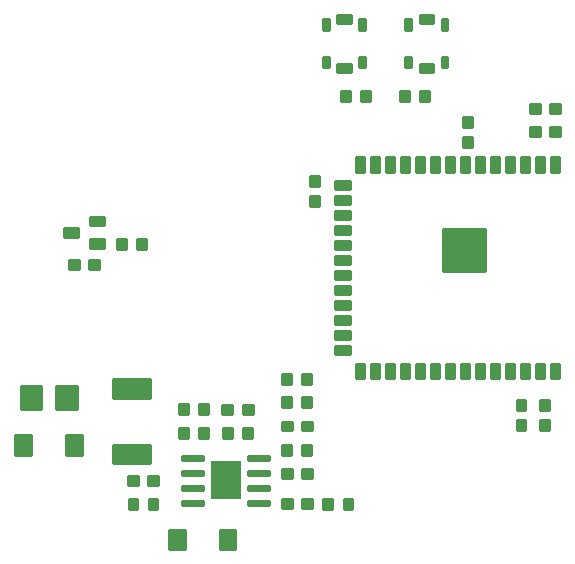
<source format=gbr>
G04 EAGLE Gerber RS-274X export*
G75*
%MOMM*%
%FSLAX34Y34*%
%LPD*%
%INSolderpaste Top*%
%IPPOS*%
%AMOC8*
5,1,8,0,0,1.08239X$1,22.5*%
G01*
G04 Define Apertures*
%ADD10C,0.252000*%
%ADD11C,0.266000*%
%ADD12C,0.250000*%
%ADD13C,0.255000*%
%ADD14C,0.256500*%
%ADD15C,0.260000*%
%ADD16R,2.560000X3.200000*%
%ADD17C,0.256000*%
%ADD18C,0.259000*%
D10*
X322140Y81260D02*
X315660Y81260D01*
X315660Y93740D01*
X322140Y93740D01*
X322140Y81260D01*
X322140Y83654D02*
X315660Y83654D01*
X315660Y86048D02*
X322140Y86048D01*
X322140Y88442D02*
X315660Y88442D01*
X315660Y90836D02*
X322140Y90836D01*
X322140Y93230D02*
X315660Y93230D01*
X309440Y81260D02*
X302960Y81260D01*
X302960Y93740D01*
X309440Y93740D01*
X309440Y81260D01*
X309440Y83654D02*
X302960Y83654D01*
X302960Y86048D02*
X309440Y86048D01*
X309440Y88442D02*
X302960Y88442D01*
X302960Y90836D02*
X309440Y90836D01*
X309440Y93230D02*
X302960Y93230D01*
X296740Y81260D02*
X290260Y81260D01*
X290260Y93740D01*
X296740Y93740D01*
X296740Y81260D01*
X296740Y83654D02*
X290260Y83654D01*
X290260Y86048D02*
X296740Y86048D01*
X296740Y88442D02*
X290260Y88442D01*
X290260Y90836D02*
X296740Y90836D01*
X296740Y93230D02*
X290260Y93230D01*
X284040Y81260D02*
X277560Y81260D01*
X277560Y93740D01*
X284040Y93740D01*
X284040Y81260D01*
X284040Y83654D02*
X277560Y83654D01*
X277560Y86048D02*
X284040Y86048D01*
X284040Y88442D02*
X277560Y88442D01*
X277560Y90836D02*
X284040Y90836D01*
X284040Y93230D02*
X277560Y93230D01*
X271340Y81260D02*
X264860Y81260D01*
X264860Y93740D01*
X271340Y93740D01*
X271340Y81260D01*
X271340Y83654D02*
X264860Y83654D01*
X264860Y86048D02*
X271340Y86048D01*
X271340Y88442D02*
X264860Y88442D01*
X264860Y90836D02*
X271340Y90836D01*
X271340Y93230D02*
X264860Y93230D01*
X258640Y81260D02*
X252160Y81260D01*
X252160Y93740D01*
X258640Y93740D01*
X258640Y81260D01*
X258640Y83654D02*
X252160Y83654D01*
X252160Y86048D02*
X258640Y86048D01*
X258640Y88442D02*
X252160Y88442D01*
X252160Y90836D02*
X258640Y90836D01*
X258640Y93230D02*
X252160Y93230D01*
X245940Y81260D02*
X239460Y81260D01*
X239460Y93740D01*
X245940Y93740D01*
X245940Y81260D01*
X245940Y83654D02*
X239460Y83654D01*
X239460Y86048D02*
X245940Y86048D01*
X245940Y88442D02*
X239460Y88442D01*
X239460Y90836D02*
X245940Y90836D01*
X245940Y93230D02*
X239460Y93230D01*
X233240Y81260D02*
X226760Y81260D01*
X226760Y93740D01*
X233240Y93740D01*
X233240Y81260D01*
X233240Y83654D02*
X226760Y83654D01*
X226760Y86048D02*
X233240Y86048D01*
X233240Y88442D02*
X226760Y88442D01*
X226760Y90836D02*
X233240Y90836D01*
X233240Y93230D02*
X226760Y93230D01*
X220540Y81260D02*
X214060Y81260D01*
X214060Y93740D01*
X220540Y93740D01*
X220540Y81260D01*
X220540Y83654D02*
X214060Y83654D01*
X214060Y86048D02*
X220540Y86048D01*
X220540Y88442D02*
X214060Y88442D01*
X214060Y90836D02*
X220540Y90836D01*
X220540Y93230D02*
X214060Y93230D01*
X207840Y81260D02*
X201360Y81260D01*
X201360Y93740D01*
X207840Y93740D01*
X207840Y81260D01*
X207840Y83654D02*
X201360Y83654D01*
X201360Y86048D02*
X207840Y86048D01*
X207840Y88442D02*
X201360Y88442D01*
X201360Y90836D02*
X207840Y90836D01*
X207840Y93230D02*
X201360Y93230D01*
X195140Y81260D02*
X188660Y81260D01*
X188660Y93740D01*
X195140Y93740D01*
X195140Y81260D01*
X195140Y83654D02*
X188660Y83654D01*
X188660Y86048D02*
X195140Y86048D01*
X195140Y88442D02*
X188660Y88442D01*
X188660Y90836D02*
X195140Y90836D01*
X195140Y93230D02*
X188660Y93230D01*
X182440Y81260D02*
X175960Y81260D01*
X175960Y93740D01*
X182440Y93740D01*
X182440Y81260D01*
X182440Y83654D02*
X175960Y83654D01*
X175960Y86048D02*
X182440Y86048D01*
X182440Y88442D02*
X175960Y88442D01*
X175960Y90836D02*
X182440Y90836D01*
X182440Y93230D02*
X175960Y93230D01*
X169740Y81260D02*
X163260Y81260D01*
X163260Y93740D01*
X169740Y93740D01*
X169740Y81260D01*
X169740Y83654D02*
X163260Y83654D01*
X163260Y86048D02*
X169740Y86048D01*
X169740Y88442D02*
X163260Y88442D01*
X163260Y90836D02*
X169740Y90836D01*
X169740Y93230D02*
X163260Y93230D01*
X157040Y81260D02*
X150560Y81260D01*
X150560Y93740D01*
X157040Y93740D01*
X157040Y81260D01*
X157040Y83654D02*
X150560Y83654D01*
X150560Y86048D02*
X157040Y86048D01*
X157040Y88442D02*
X150560Y88442D01*
X150560Y90836D02*
X157040Y90836D01*
X157040Y93230D02*
X150560Y93230D01*
X145140Y73090D02*
X145140Y66610D01*
X132660Y66610D01*
X132660Y73090D01*
X145140Y73090D01*
X145140Y69004D02*
X132660Y69004D01*
X132660Y71398D02*
X145140Y71398D01*
X145140Y60390D02*
X145140Y53910D01*
X132660Y53910D01*
X132660Y60390D01*
X145140Y60390D01*
X145140Y56304D02*
X132660Y56304D01*
X132660Y58698D02*
X145140Y58698D01*
X145140Y47690D02*
X145140Y41210D01*
X132660Y41210D01*
X132660Y47690D01*
X145140Y47690D01*
X145140Y43604D02*
X132660Y43604D01*
X132660Y45998D02*
X145140Y45998D01*
X145140Y34990D02*
X145140Y28510D01*
X132660Y28510D01*
X132660Y34990D01*
X145140Y34990D01*
X145140Y30904D02*
X132660Y30904D01*
X132660Y33298D02*
X145140Y33298D01*
X145140Y22290D02*
X145140Y15810D01*
X132660Y15810D01*
X132660Y22290D01*
X145140Y22290D01*
X145140Y18204D02*
X132660Y18204D01*
X132660Y20598D02*
X145140Y20598D01*
X145140Y9590D02*
X145140Y3110D01*
X132660Y3110D01*
X132660Y9590D01*
X145140Y9590D01*
X145140Y5504D02*
X132660Y5504D01*
X132660Y7898D02*
X145140Y7898D01*
X145140Y-3110D02*
X145140Y-9590D01*
X132660Y-9590D01*
X132660Y-3110D01*
X145140Y-3110D01*
X145140Y-7196D02*
X132660Y-7196D01*
X132660Y-4802D02*
X145140Y-4802D01*
X145140Y-15810D02*
X145140Y-22290D01*
X132660Y-22290D01*
X132660Y-15810D01*
X145140Y-15810D01*
X145140Y-19896D02*
X132660Y-19896D01*
X132660Y-17502D02*
X145140Y-17502D01*
X145140Y-28510D02*
X145140Y-34990D01*
X132660Y-34990D01*
X132660Y-28510D01*
X145140Y-28510D01*
X145140Y-32596D02*
X132660Y-32596D01*
X132660Y-30202D02*
X145140Y-30202D01*
X145140Y-41210D02*
X145140Y-47690D01*
X132660Y-47690D01*
X132660Y-41210D01*
X145140Y-41210D01*
X145140Y-45296D02*
X132660Y-45296D01*
X132660Y-42902D02*
X145140Y-42902D01*
X132660Y-53910D02*
X132660Y-60390D01*
X132660Y-53910D02*
X145140Y-53910D01*
X145140Y-60390D01*
X132660Y-60390D01*
X132660Y-57996D02*
X145140Y-57996D01*
X145140Y-55602D02*
X132660Y-55602D01*
X132660Y-66610D02*
X132660Y-73090D01*
X132660Y-66610D02*
X145140Y-66610D01*
X145140Y-73090D01*
X132660Y-73090D01*
X132660Y-70696D02*
X145140Y-70696D01*
X145140Y-68302D02*
X132660Y-68302D01*
X150560Y-93740D02*
X157040Y-93740D01*
X150560Y-93740D02*
X150560Y-81260D01*
X157040Y-81260D01*
X157040Y-93740D01*
X157040Y-91346D02*
X150560Y-91346D01*
X150560Y-88952D02*
X157040Y-88952D01*
X157040Y-86558D02*
X150560Y-86558D01*
X150560Y-84164D02*
X157040Y-84164D01*
X157040Y-81770D02*
X150560Y-81770D01*
X163260Y-93740D02*
X169740Y-93740D01*
X163260Y-93740D02*
X163260Y-81260D01*
X169740Y-81260D01*
X169740Y-93740D01*
X169740Y-91346D02*
X163260Y-91346D01*
X163260Y-88952D02*
X169740Y-88952D01*
X169740Y-86558D02*
X163260Y-86558D01*
X163260Y-84164D02*
X169740Y-84164D01*
X169740Y-81770D02*
X163260Y-81770D01*
X175960Y-93740D02*
X182440Y-93740D01*
X175960Y-93740D02*
X175960Y-81260D01*
X182440Y-81260D01*
X182440Y-93740D01*
X182440Y-91346D02*
X175960Y-91346D01*
X175960Y-88952D02*
X182440Y-88952D01*
X182440Y-86558D02*
X175960Y-86558D01*
X175960Y-84164D02*
X182440Y-84164D01*
X182440Y-81770D02*
X175960Y-81770D01*
X188660Y-93740D02*
X195140Y-93740D01*
X188660Y-93740D02*
X188660Y-81260D01*
X195140Y-81260D01*
X195140Y-93740D01*
X195140Y-91346D02*
X188660Y-91346D01*
X188660Y-88952D02*
X195140Y-88952D01*
X195140Y-86558D02*
X188660Y-86558D01*
X188660Y-84164D02*
X195140Y-84164D01*
X195140Y-81770D02*
X188660Y-81770D01*
X201360Y-93740D02*
X207840Y-93740D01*
X201360Y-93740D02*
X201360Y-81260D01*
X207840Y-81260D01*
X207840Y-93740D01*
X207840Y-91346D02*
X201360Y-91346D01*
X201360Y-88952D02*
X207840Y-88952D01*
X207840Y-86558D02*
X201360Y-86558D01*
X201360Y-84164D02*
X207840Y-84164D01*
X207840Y-81770D02*
X201360Y-81770D01*
X214060Y-93740D02*
X220540Y-93740D01*
X214060Y-93740D02*
X214060Y-81260D01*
X220540Y-81260D01*
X220540Y-93740D01*
X220540Y-91346D02*
X214060Y-91346D01*
X214060Y-88952D02*
X220540Y-88952D01*
X220540Y-86558D02*
X214060Y-86558D01*
X214060Y-84164D02*
X220540Y-84164D01*
X220540Y-81770D02*
X214060Y-81770D01*
X226760Y-93740D02*
X233240Y-93740D01*
X226760Y-93740D02*
X226760Y-81260D01*
X233240Y-81260D01*
X233240Y-93740D01*
X233240Y-91346D02*
X226760Y-91346D01*
X226760Y-88952D02*
X233240Y-88952D01*
X233240Y-86558D02*
X226760Y-86558D01*
X226760Y-84164D02*
X233240Y-84164D01*
X233240Y-81770D02*
X226760Y-81770D01*
X239460Y-93740D02*
X245940Y-93740D01*
X239460Y-93740D02*
X239460Y-81260D01*
X245940Y-81260D01*
X245940Y-93740D01*
X245940Y-91346D02*
X239460Y-91346D01*
X239460Y-88952D02*
X245940Y-88952D01*
X245940Y-86558D02*
X239460Y-86558D01*
X239460Y-84164D02*
X245940Y-84164D01*
X245940Y-81770D02*
X239460Y-81770D01*
X252160Y-93740D02*
X258640Y-93740D01*
X252160Y-93740D02*
X252160Y-81260D01*
X258640Y-81260D01*
X258640Y-93740D01*
X258640Y-91346D02*
X252160Y-91346D01*
X252160Y-88952D02*
X258640Y-88952D01*
X258640Y-86558D02*
X252160Y-86558D01*
X252160Y-84164D02*
X258640Y-84164D01*
X258640Y-81770D02*
X252160Y-81770D01*
X264860Y-93740D02*
X271340Y-93740D01*
X264860Y-93740D02*
X264860Y-81260D01*
X271340Y-81260D01*
X271340Y-93740D01*
X271340Y-91346D02*
X264860Y-91346D01*
X264860Y-88952D02*
X271340Y-88952D01*
X271340Y-86558D02*
X264860Y-86558D01*
X264860Y-84164D02*
X271340Y-84164D01*
X271340Y-81770D02*
X264860Y-81770D01*
X277560Y-93740D02*
X284040Y-93740D01*
X277560Y-93740D02*
X277560Y-81260D01*
X284040Y-81260D01*
X284040Y-93740D01*
X284040Y-91346D02*
X277560Y-91346D01*
X277560Y-88952D02*
X284040Y-88952D01*
X284040Y-86558D02*
X277560Y-86558D01*
X277560Y-84164D02*
X284040Y-84164D01*
X284040Y-81770D02*
X277560Y-81770D01*
X290260Y-93740D02*
X296740Y-93740D01*
X290260Y-93740D02*
X290260Y-81260D01*
X296740Y-81260D01*
X296740Y-93740D01*
X296740Y-91346D02*
X290260Y-91346D01*
X290260Y-88952D02*
X296740Y-88952D01*
X296740Y-86558D02*
X290260Y-86558D01*
X290260Y-84164D02*
X296740Y-84164D01*
X296740Y-81770D02*
X290260Y-81770D01*
D11*
X259370Y-2670D02*
X224030Y-2670D01*
X224030Y32670D01*
X259370Y32670D01*
X259370Y-2670D01*
X259370Y-143D02*
X224030Y-143D01*
X224030Y2384D02*
X259370Y2384D01*
X259370Y4911D02*
X224030Y4911D01*
X224030Y7438D02*
X259370Y7438D01*
X259370Y9965D02*
X224030Y9965D01*
X224030Y12492D02*
X259370Y12492D01*
X259370Y15019D02*
X224030Y15019D01*
X224030Y17546D02*
X259370Y17546D01*
X259370Y20073D02*
X224030Y20073D01*
X224030Y22600D02*
X259370Y22600D01*
X259370Y25127D02*
X224030Y25127D01*
X224030Y27654D02*
X259370Y27654D01*
X259370Y30181D02*
X224030Y30181D01*
D10*
X302960Y-93740D02*
X309440Y-93740D01*
X302960Y-93740D02*
X302960Y-81260D01*
X309440Y-81260D01*
X309440Y-93740D01*
X309440Y-91346D02*
X302960Y-91346D01*
X302960Y-88952D02*
X309440Y-88952D01*
X309440Y-86558D02*
X302960Y-86558D01*
X302960Y-84164D02*
X309440Y-84164D01*
X309440Y-81770D02*
X302960Y-81770D01*
X315660Y-93740D02*
X322140Y-93740D01*
X315660Y-93740D02*
X315660Y-81260D01*
X322140Y-81260D01*
X322140Y-93740D01*
X322140Y-91346D02*
X315660Y-91346D01*
X315660Y-88952D02*
X322140Y-88952D01*
X322140Y-86558D02*
X315660Y-86558D01*
X315660Y-84164D02*
X322140Y-84164D01*
X322140Y-81770D02*
X315660Y-81770D01*
D12*
X-85250Y26250D02*
X-85250Y33750D01*
X-85250Y26250D02*
X-96750Y26250D01*
X-96750Y33750D01*
X-85250Y33750D01*
X-85250Y28625D02*
X-96750Y28625D01*
X-96750Y31000D02*
X-85250Y31000D01*
X-85250Y33375D02*
X-96750Y33375D01*
X-63250Y35750D02*
X-63250Y43250D01*
X-63250Y35750D02*
X-74750Y35750D01*
X-74750Y43250D01*
X-63250Y43250D01*
X-63250Y38125D02*
X-74750Y38125D01*
X-74750Y40500D02*
X-63250Y40500D01*
X-63250Y42875D02*
X-74750Y42875D01*
X-63250Y24250D02*
X-63250Y16750D01*
X-74750Y16750D01*
X-74750Y24250D01*
X-63250Y24250D01*
X-63250Y19125D02*
X-74750Y19125D01*
X-74750Y21500D02*
X-63250Y21500D01*
X-63250Y23875D02*
X-74750Y23875D01*
X-35250Y24250D02*
X-27750Y24250D01*
X-27750Y15750D01*
X-35250Y15750D01*
X-35250Y24250D01*
X-35250Y18125D02*
X-27750Y18125D01*
X-27750Y20500D02*
X-35250Y20500D01*
X-35250Y22875D02*
X-27750Y22875D01*
X-44750Y24250D02*
X-52250Y24250D01*
X-44750Y24250D02*
X-44750Y15750D01*
X-52250Y15750D01*
X-52250Y24250D01*
X-52250Y18125D02*
X-44750Y18125D01*
X-44750Y20500D02*
X-52250Y20500D01*
X-52250Y22875D02*
X-44750Y22875D01*
D13*
X222825Y201325D02*
X222825Y210275D01*
X227775Y210275D01*
X227775Y201325D01*
X222825Y201325D01*
X222825Y203747D02*
X227775Y203747D01*
X227775Y206169D02*
X222825Y206169D01*
X222825Y208591D02*
X227775Y208591D01*
X222825Y178675D02*
X222825Y169725D01*
X222825Y178675D02*
X227775Y178675D01*
X227775Y169725D01*
X222825Y169725D01*
X222825Y172147D02*
X227775Y172147D01*
X227775Y174569D02*
X222825Y174569D01*
X222825Y176991D02*
X227775Y176991D01*
X192225Y201325D02*
X192225Y210275D01*
X197175Y210275D01*
X197175Y201325D01*
X192225Y201325D01*
X192225Y203747D02*
X197175Y203747D01*
X197175Y206169D02*
X192225Y206169D01*
X192225Y208591D02*
X197175Y208591D01*
X192225Y178675D02*
X192225Y169725D01*
X192225Y178675D02*
X197175Y178675D01*
X197175Y169725D01*
X192225Y169725D01*
X192225Y172147D02*
X197175Y172147D01*
X197175Y174569D02*
X192225Y174569D01*
X192225Y176991D02*
X197175Y176991D01*
D14*
X204282Y207332D02*
X215718Y207332D01*
X204282Y207332D02*
X204282Y214268D01*
X215718Y214268D01*
X215718Y207332D01*
X215718Y209769D02*
X204282Y209769D01*
X204282Y212206D02*
X215718Y212206D01*
X215718Y165732D02*
X204282Y165732D01*
X204282Y172668D01*
X215718Y172668D01*
X215718Y165732D01*
X215718Y168169D02*
X204282Y168169D01*
X204282Y170606D02*
X215718Y170606D01*
D13*
X152825Y201325D02*
X152825Y210275D01*
X157775Y210275D01*
X157775Y201325D01*
X152825Y201325D01*
X152825Y203747D02*
X157775Y203747D01*
X157775Y206169D02*
X152825Y206169D01*
X152825Y208591D02*
X157775Y208591D01*
X152825Y178675D02*
X152825Y169725D01*
X152825Y178675D02*
X157775Y178675D01*
X157775Y169725D01*
X152825Y169725D01*
X152825Y172147D02*
X157775Y172147D01*
X157775Y174569D02*
X152825Y174569D01*
X152825Y176991D02*
X157775Y176991D01*
X122225Y201325D02*
X122225Y210275D01*
X127175Y210275D01*
X127175Y201325D01*
X122225Y201325D01*
X122225Y203747D02*
X127175Y203747D01*
X127175Y206169D02*
X122225Y206169D01*
X122225Y208591D02*
X127175Y208591D01*
X122225Y178675D02*
X122225Y169725D01*
X122225Y178675D02*
X127175Y178675D01*
X127175Y169725D01*
X122225Y169725D01*
X122225Y172147D02*
X127175Y172147D01*
X127175Y174569D02*
X122225Y174569D01*
X122225Y176991D02*
X127175Y176991D01*
D14*
X134282Y207332D02*
X145718Y207332D01*
X134282Y207332D02*
X134282Y214268D01*
X145718Y214268D01*
X145718Y207332D01*
X145718Y209769D02*
X134282Y209769D01*
X134282Y212206D02*
X145718Y212206D01*
X145718Y165732D02*
X134282Y165732D01*
X134282Y172668D01*
X145718Y172668D01*
X145718Y165732D01*
X145718Y168169D02*
X134282Y168169D01*
X134282Y170606D02*
X145718Y170606D01*
D12*
X145250Y140750D02*
X137750Y140750D01*
X137750Y149250D01*
X145250Y149250D01*
X145250Y140750D01*
X145250Y143125D02*
X137750Y143125D01*
X137750Y145500D02*
X145250Y145500D01*
X145250Y147875D02*
X137750Y147875D01*
X154750Y140750D02*
X162250Y140750D01*
X154750Y140750D02*
X154750Y149250D01*
X162250Y149250D01*
X162250Y140750D01*
X162250Y143125D02*
X154750Y143125D01*
X154750Y145500D02*
X162250Y145500D01*
X162250Y147875D02*
X154750Y147875D01*
X204750Y149250D02*
X212250Y149250D01*
X212250Y140750D01*
X204750Y140750D01*
X204750Y149250D01*
X204750Y143125D02*
X212250Y143125D01*
X212250Y145500D02*
X204750Y145500D01*
X204750Y147875D02*
X212250Y147875D01*
X195250Y149250D02*
X187750Y149250D01*
X195250Y149250D02*
X195250Y140750D01*
X187750Y140750D01*
X187750Y149250D01*
X187750Y143125D02*
X195250Y143125D01*
X195250Y145500D02*
X187750Y145500D01*
X187750Y147875D02*
X195250Y147875D01*
X297250Y131250D02*
X305750Y131250D01*
X297250Y131250D02*
X297250Y138750D01*
X305750Y138750D01*
X305750Y131250D01*
X305750Y133625D02*
X297250Y133625D01*
X297250Y136000D02*
X305750Y136000D01*
X305750Y138375D02*
X297250Y138375D01*
X314250Y131250D02*
X322750Y131250D01*
X314250Y131250D02*
X314250Y138750D01*
X322750Y138750D01*
X322750Y131250D01*
X322750Y133625D02*
X314250Y133625D01*
X314250Y136000D02*
X322750Y136000D01*
X322750Y138375D02*
X314250Y138375D01*
X305750Y111250D02*
X297250Y111250D01*
X297250Y118750D01*
X305750Y118750D01*
X305750Y111250D01*
X305750Y113625D02*
X297250Y113625D01*
X297250Y116000D02*
X305750Y116000D01*
X305750Y118375D02*
X297250Y118375D01*
X314250Y111250D02*
X322750Y111250D01*
X314250Y111250D02*
X314250Y118750D01*
X322750Y118750D01*
X322750Y111250D01*
X322750Y113625D02*
X314250Y113625D01*
X314250Y116000D02*
X322750Y116000D01*
X322750Y118375D02*
X314250Y118375D01*
X-84250Y-750D02*
X-92750Y-750D01*
X-92750Y6750D01*
X-84250Y6750D01*
X-84250Y-750D01*
X-84250Y1625D02*
X-92750Y1625D01*
X-92750Y4000D02*
X-84250Y4000D01*
X-84250Y6375D02*
X-92750Y6375D01*
X-75750Y-750D02*
X-67250Y-750D01*
X-75750Y-750D02*
X-75750Y6750D01*
X-67250Y6750D01*
X-67250Y-750D01*
X-67250Y1625D02*
X-75750Y1625D01*
X-75750Y4000D02*
X-67250Y4000D01*
X-67250Y6375D02*
X-75750Y6375D01*
X17750Y-115750D02*
X25250Y-115750D01*
X25250Y-124250D01*
X17750Y-124250D01*
X17750Y-115750D01*
X17750Y-121875D02*
X25250Y-121875D01*
X25250Y-119500D02*
X17750Y-119500D01*
X17750Y-117125D02*
X25250Y-117125D01*
X8250Y-115750D02*
X750Y-115750D01*
X8250Y-115750D02*
X8250Y-124250D01*
X750Y-124250D01*
X750Y-115750D01*
X750Y-121875D02*
X8250Y-121875D01*
X8250Y-119500D02*
X750Y-119500D01*
X750Y-117125D02*
X8250Y-117125D01*
X8250Y-144250D02*
X750Y-144250D01*
X750Y-135750D01*
X8250Y-135750D01*
X8250Y-144250D01*
X8250Y-141875D02*
X750Y-141875D01*
X750Y-139500D02*
X8250Y-139500D01*
X8250Y-137125D02*
X750Y-137125D01*
X17750Y-144250D02*
X25250Y-144250D01*
X17750Y-144250D02*
X17750Y-135750D01*
X25250Y-135750D01*
X25250Y-144250D01*
X25250Y-141875D02*
X17750Y-141875D01*
X17750Y-139500D02*
X25250Y-139500D01*
X25250Y-137125D02*
X17750Y-137125D01*
D15*
X-86300Y-100300D02*
X-103700Y-100300D01*
X-86300Y-100300D02*
X-86300Y-119700D01*
X-103700Y-119700D01*
X-103700Y-100300D01*
X-103700Y-117230D02*
X-86300Y-117230D01*
X-86300Y-114760D02*
X-103700Y-114760D01*
X-103700Y-112290D02*
X-86300Y-112290D01*
X-86300Y-109820D02*
X-103700Y-109820D01*
X-103700Y-107350D02*
X-86300Y-107350D01*
X-86300Y-104880D02*
X-103700Y-104880D01*
X-103700Y-102410D02*
X-86300Y-102410D01*
X-116300Y-100300D02*
X-133700Y-100300D01*
X-116300Y-100300D02*
X-116300Y-119700D01*
X-133700Y-119700D01*
X-133700Y-100300D01*
X-133700Y-117230D02*
X-116300Y-117230D01*
X-116300Y-114760D02*
X-133700Y-114760D01*
X-133700Y-112290D02*
X-116300Y-112290D01*
X-116300Y-109820D02*
X-133700Y-109820D01*
X-133700Y-107350D02*
X-116300Y-107350D01*
X-116300Y-104880D02*
X-133700Y-104880D01*
X-133700Y-102410D02*
X-116300Y-102410D01*
D10*
X3260Y-171910D02*
X3260Y-175390D01*
X3260Y-171910D02*
X20740Y-171910D01*
X20740Y-175390D01*
X3260Y-175390D01*
X3260Y-172996D02*
X20740Y-172996D01*
X59260Y-171910D02*
X59260Y-175390D01*
X59260Y-171910D02*
X76740Y-171910D01*
X76740Y-175390D01*
X59260Y-175390D01*
X59260Y-172996D02*
X76740Y-172996D01*
X3260Y-162690D02*
X3260Y-159210D01*
X20740Y-159210D01*
X20740Y-162690D01*
X3260Y-162690D01*
X3260Y-160296D02*
X20740Y-160296D01*
X3260Y-184610D02*
X3260Y-188090D01*
X3260Y-184610D02*
X20740Y-184610D01*
X20740Y-188090D01*
X3260Y-188090D01*
X3260Y-185696D02*
X20740Y-185696D01*
X3260Y-197310D02*
X3260Y-200790D01*
X3260Y-197310D02*
X20740Y-197310D01*
X20740Y-200790D01*
X3260Y-200790D01*
X3260Y-198396D02*
X20740Y-198396D01*
X59260Y-162690D02*
X59260Y-159210D01*
X76740Y-159210D01*
X76740Y-162690D01*
X59260Y-162690D01*
X59260Y-160296D02*
X76740Y-160296D01*
X59260Y-184610D02*
X59260Y-188090D01*
X59260Y-184610D02*
X76740Y-184610D01*
X76740Y-188090D01*
X59260Y-188090D01*
X59260Y-185696D02*
X76740Y-185696D01*
X59260Y-197310D02*
X59260Y-200790D01*
X59260Y-197310D02*
X76740Y-197310D01*
X76740Y-200790D01*
X59260Y-200790D01*
X59260Y-198396D02*
X76740Y-198396D01*
D16*
X40000Y-180000D03*
D12*
X-17250Y-176250D02*
X-25750Y-176250D01*
X-17250Y-176250D02*
X-17250Y-183750D01*
X-25750Y-183750D01*
X-25750Y-176250D01*
X-25750Y-181375D02*
X-17250Y-181375D01*
X-17250Y-179000D02*
X-25750Y-179000D01*
X-25750Y-176625D02*
X-17250Y-176625D01*
X-34250Y-176250D02*
X-42750Y-176250D01*
X-34250Y-176250D02*
X-34250Y-183750D01*
X-42750Y-183750D01*
X-42750Y-176250D01*
X-42750Y-181375D02*
X-34250Y-181375D01*
X-34250Y-179000D02*
X-42750Y-179000D01*
X-42750Y-176625D02*
X-34250Y-176625D01*
X-34750Y-204250D02*
X-42250Y-204250D01*
X-42250Y-195750D01*
X-34750Y-195750D01*
X-34750Y-204250D01*
X-34750Y-201875D02*
X-42250Y-201875D01*
X-42250Y-199500D02*
X-34750Y-199500D01*
X-34750Y-197125D02*
X-42250Y-197125D01*
X-25250Y-204250D02*
X-17750Y-204250D01*
X-25250Y-204250D02*
X-25250Y-195750D01*
X-17750Y-195750D01*
X-17750Y-204250D01*
X-17750Y-201875D02*
X-25250Y-201875D01*
X-25250Y-199500D02*
X-17750Y-199500D01*
X-17750Y-197125D02*
X-25250Y-197125D01*
X87250Y-177750D02*
X95750Y-177750D01*
X87250Y-177750D02*
X87250Y-170250D01*
X95750Y-170250D01*
X95750Y-177750D01*
X95750Y-175375D02*
X87250Y-175375D01*
X87250Y-173000D02*
X95750Y-173000D01*
X95750Y-170625D02*
X87250Y-170625D01*
X104250Y-177750D02*
X112750Y-177750D01*
X104250Y-177750D02*
X104250Y-170250D01*
X112750Y-170250D01*
X112750Y-177750D01*
X112750Y-175375D02*
X104250Y-175375D01*
X104250Y-173000D02*
X112750Y-173000D01*
X112750Y-170625D02*
X104250Y-170625D01*
X139750Y-195750D02*
X147250Y-195750D01*
X147250Y-204250D01*
X139750Y-204250D01*
X139750Y-195750D01*
X139750Y-201875D02*
X147250Y-201875D01*
X147250Y-199500D02*
X139750Y-199500D01*
X139750Y-197125D02*
X147250Y-197125D01*
X130250Y-195750D02*
X122750Y-195750D01*
X130250Y-195750D02*
X130250Y-204250D01*
X122750Y-204250D01*
X122750Y-195750D01*
X122750Y-201875D02*
X130250Y-201875D01*
X130250Y-199500D02*
X122750Y-199500D01*
X122750Y-197125D02*
X130250Y-197125D01*
X95750Y-203750D02*
X87250Y-203750D01*
X87250Y-196250D01*
X95750Y-196250D01*
X95750Y-203750D01*
X95750Y-201375D02*
X87250Y-201375D01*
X87250Y-199000D02*
X95750Y-199000D01*
X95750Y-196625D02*
X87250Y-196625D01*
X104250Y-203750D02*
X112750Y-203750D01*
X104250Y-203750D02*
X104250Y-196250D01*
X112750Y-196250D01*
X112750Y-203750D01*
X112750Y-201375D02*
X104250Y-201375D01*
X104250Y-199000D02*
X112750Y-199000D01*
X112750Y-196625D02*
X104250Y-196625D01*
D17*
X-124780Y-158220D02*
X-138220Y-158220D01*
X-138220Y-141780D01*
X-124780Y-141780D01*
X-124780Y-158220D01*
X-124780Y-155788D02*
X-138220Y-155788D01*
X-138220Y-153356D02*
X-124780Y-153356D01*
X-124780Y-150924D02*
X-138220Y-150924D01*
X-138220Y-148492D02*
X-124780Y-148492D01*
X-124780Y-146060D02*
X-138220Y-146060D01*
X-138220Y-143628D02*
X-124780Y-143628D01*
X-95220Y-158220D02*
X-81780Y-158220D01*
X-95220Y-158220D02*
X-95220Y-141780D01*
X-81780Y-141780D01*
X-81780Y-158220D01*
X-81780Y-155788D02*
X-95220Y-155788D01*
X-95220Y-153356D02*
X-81780Y-153356D01*
X-81780Y-150924D02*
X-95220Y-150924D01*
X-95220Y-148492D02*
X-81780Y-148492D01*
X-81780Y-146060D02*
X-95220Y-146060D01*
X-95220Y-143628D02*
X-81780Y-143628D01*
D12*
X54750Y-135750D02*
X62250Y-135750D01*
X62250Y-144250D01*
X54750Y-144250D01*
X54750Y-135750D01*
X54750Y-141875D02*
X62250Y-141875D01*
X62250Y-139500D02*
X54750Y-139500D01*
X54750Y-137125D02*
X62250Y-137125D01*
X45250Y-135750D02*
X37750Y-135750D01*
X45250Y-135750D02*
X45250Y-144250D01*
X37750Y-144250D01*
X37750Y-135750D01*
X37750Y-141875D02*
X45250Y-141875D01*
X45250Y-139500D02*
X37750Y-139500D01*
X37750Y-137125D02*
X45250Y-137125D01*
X104750Y-149750D02*
X112250Y-149750D01*
X112250Y-158250D01*
X104750Y-158250D01*
X104750Y-149750D01*
X104750Y-155875D02*
X112250Y-155875D01*
X112250Y-153500D02*
X104750Y-153500D01*
X104750Y-151125D02*
X112250Y-151125D01*
X95250Y-149750D02*
X87750Y-149750D01*
X95250Y-149750D02*
X95250Y-158250D01*
X87750Y-158250D01*
X87750Y-149750D01*
X87750Y-155875D02*
X95250Y-155875D01*
X95250Y-153500D02*
X87750Y-153500D01*
X87750Y-151125D02*
X95250Y-151125D01*
X45750Y-123750D02*
X37250Y-123750D01*
X37250Y-116250D01*
X45750Y-116250D01*
X45750Y-123750D01*
X45750Y-121375D02*
X37250Y-121375D01*
X37250Y-119000D02*
X45750Y-119000D01*
X45750Y-116625D02*
X37250Y-116625D01*
X54250Y-123750D02*
X62750Y-123750D01*
X54250Y-123750D02*
X54250Y-116250D01*
X62750Y-116250D01*
X62750Y-123750D01*
X62750Y-121375D02*
X54250Y-121375D01*
X54250Y-119000D02*
X62750Y-119000D01*
X62750Y-116625D02*
X54250Y-116625D01*
D18*
X-24295Y-149795D02*
X-24295Y-165705D01*
X-55705Y-165705D01*
X-55705Y-149795D01*
X-24295Y-149795D01*
X-24295Y-163245D02*
X-55705Y-163245D01*
X-55705Y-160785D02*
X-24295Y-160785D01*
X-24295Y-158325D02*
X-55705Y-158325D01*
X-55705Y-155865D02*
X-24295Y-155865D01*
X-24295Y-153405D02*
X-55705Y-153405D01*
X-55705Y-150945D02*
X-24295Y-150945D01*
X-24295Y-110205D02*
X-24295Y-94295D01*
X-24295Y-110205D02*
X-55705Y-110205D01*
X-55705Y-94295D01*
X-24295Y-94295D01*
X-24295Y-107745D02*
X-55705Y-107745D01*
X-55705Y-105285D02*
X-24295Y-105285D01*
X-24295Y-102825D02*
X-55705Y-102825D01*
X-55705Y-100365D02*
X-24295Y-100365D01*
X-24295Y-97905D02*
X-55705Y-97905D01*
X-55705Y-95445D02*
X-24295Y-95445D01*
D12*
X306250Y-112250D02*
X306250Y-120750D01*
X306250Y-112250D02*
X313750Y-112250D01*
X313750Y-120750D01*
X306250Y-120750D01*
X306250Y-118375D02*
X313750Y-118375D01*
X313750Y-116000D02*
X306250Y-116000D01*
X306250Y-113625D02*
X313750Y-113625D01*
X306250Y-129250D02*
X306250Y-137750D01*
X306250Y-129250D02*
X313750Y-129250D01*
X313750Y-137750D01*
X306250Y-137750D01*
X306250Y-135375D02*
X313750Y-135375D01*
X313750Y-133000D02*
X306250Y-133000D01*
X306250Y-130625D02*
X313750Y-130625D01*
X286250Y-120750D02*
X286250Y-112250D01*
X293750Y-112250D01*
X293750Y-120750D01*
X286250Y-120750D01*
X286250Y-118375D02*
X293750Y-118375D01*
X293750Y-116000D02*
X286250Y-116000D01*
X286250Y-113625D02*
X293750Y-113625D01*
X286250Y-129250D02*
X286250Y-137750D01*
X286250Y-129250D02*
X293750Y-129250D01*
X293750Y-137750D01*
X286250Y-137750D01*
X286250Y-135375D02*
X293750Y-135375D01*
X293750Y-133000D02*
X286250Y-133000D01*
X286250Y-130625D02*
X293750Y-130625D01*
X111250Y69250D02*
X111250Y77750D01*
X118750Y77750D01*
X118750Y69250D01*
X111250Y69250D01*
X111250Y71625D02*
X118750Y71625D01*
X118750Y74000D02*
X111250Y74000D01*
X111250Y76375D02*
X118750Y76375D01*
X111250Y60750D02*
X111250Y52250D01*
X111250Y60750D02*
X118750Y60750D01*
X118750Y52250D01*
X111250Y52250D01*
X111250Y54625D02*
X118750Y54625D01*
X118750Y57000D02*
X111250Y57000D01*
X111250Y59375D02*
X118750Y59375D01*
X248750Y102250D02*
X248750Y110750D01*
X248750Y102250D02*
X241250Y102250D01*
X241250Y110750D01*
X248750Y110750D01*
X248750Y104625D02*
X241250Y104625D01*
X241250Y107000D02*
X248750Y107000D01*
X248750Y109375D02*
X241250Y109375D01*
X248750Y119250D02*
X248750Y127750D01*
X248750Y119250D02*
X241250Y119250D01*
X241250Y127750D01*
X248750Y127750D01*
X248750Y121625D02*
X241250Y121625D01*
X241250Y124000D02*
X248750Y124000D01*
X248750Y126375D02*
X241250Y126375D01*
D17*
X5220Y-238220D02*
X-8220Y-238220D01*
X-8220Y-221780D01*
X5220Y-221780D01*
X5220Y-238220D01*
X5220Y-235788D02*
X-8220Y-235788D01*
X-8220Y-233356D02*
X5220Y-233356D01*
X5220Y-230924D02*
X-8220Y-230924D01*
X-8220Y-228492D02*
X5220Y-228492D01*
X5220Y-226060D02*
X-8220Y-226060D01*
X-8220Y-223628D02*
X5220Y-223628D01*
X34780Y-238220D02*
X48220Y-238220D01*
X34780Y-238220D02*
X34780Y-221780D01*
X48220Y-221780D01*
X48220Y-238220D01*
X48220Y-235788D02*
X34780Y-235788D01*
X34780Y-233356D02*
X48220Y-233356D01*
X48220Y-230924D02*
X34780Y-230924D01*
X34780Y-228492D02*
X48220Y-228492D01*
X48220Y-226060D02*
X34780Y-226060D01*
X34780Y-223628D02*
X48220Y-223628D01*
D12*
X104750Y-89750D02*
X112250Y-89750D01*
X112250Y-98250D01*
X104750Y-98250D01*
X104750Y-89750D01*
X104750Y-95875D02*
X112250Y-95875D01*
X112250Y-93500D02*
X104750Y-93500D01*
X104750Y-91125D02*
X112250Y-91125D01*
X95250Y-89750D02*
X87750Y-89750D01*
X95250Y-89750D02*
X95250Y-98250D01*
X87750Y-98250D01*
X87750Y-89750D01*
X87750Y-95875D02*
X95250Y-95875D01*
X95250Y-93500D02*
X87750Y-93500D01*
X87750Y-91125D02*
X95250Y-91125D01*
X95250Y-118250D02*
X87750Y-118250D01*
X87750Y-109750D01*
X95250Y-109750D01*
X95250Y-118250D01*
X95250Y-115875D02*
X87750Y-115875D01*
X87750Y-113500D02*
X95250Y-113500D01*
X95250Y-111125D02*
X87750Y-111125D01*
X104750Y-118250D02*
X112250Y-118250D01*
X104750Y-118250D02*
X104750Y-109750D01*
X112250Y-109750D01*
X112250Y-118250D01*
X112250Y-115875D02*
X104750Y-115875D01*
X104750Y-113500D02*
X112250Y-113500D01*
X112250Y-111125D02*
X104750Y-111125D01*
X104250Y-130250D02*
X112750Y-130250D01*
X112750Y-137750D01*
X104250Y-137750D01*
X104250Y-130250D01*
X104250Y-135375D02*
X112750Y-135375D01*
X112750Y-133000D02*
X104250Y-133000D01*
X104250Y-130625D02*
X112750Y-130625D01*
X95750Y-130250D02*
X87250Y-130250D01*
X95750Y-130250D02*
X95750Y-137750D01*
X87250Y-137750D01*
X87250Y-130250D01*
X87250Y-135375D02*
X95750Y-135375D01*
X95750Y-133000D02*
X87250Y-133000D01*
X87250Y-130625D02*
X95750Y-130625D01*
M02*

</source>
